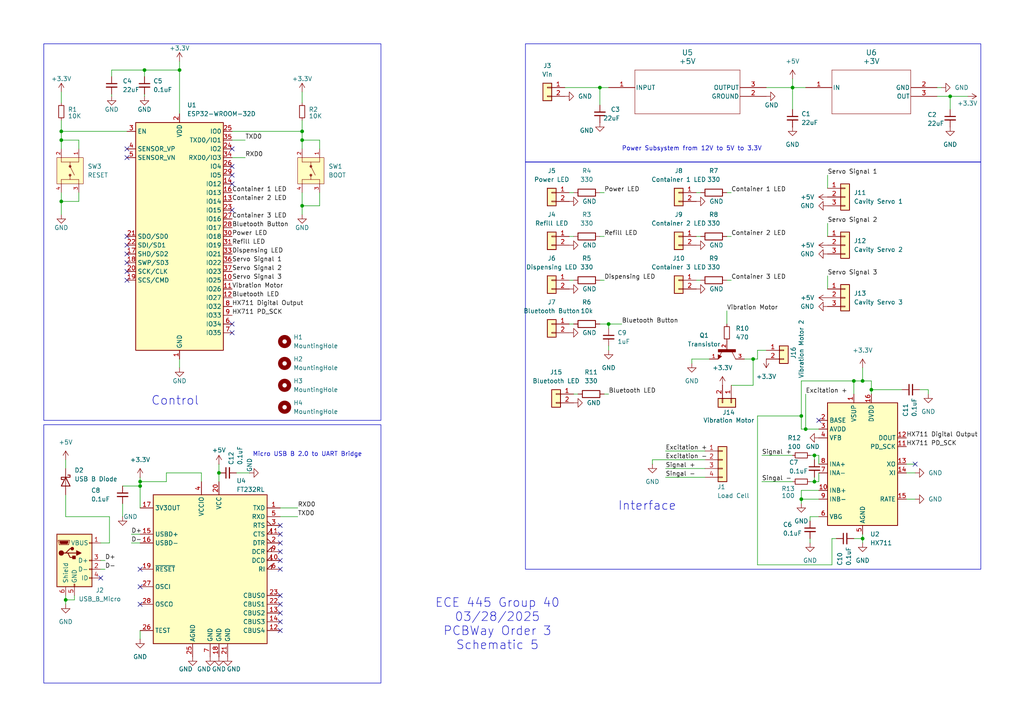
<source format=kicad_sch>
(kicad_sch (version 20231120) (generator "eeschema") (generator_version "8.0")
  (paper "A4")
  (junction (at 236.22 132.08))
  (junction (at 232.41 120.65))
  (junction (at 252.73 113.03))
  (junction (at 41.91 20.32))
  (junction (at 17.78 40.64))
  (junction (at 176.53 93.98))
  (junction (at 233.68 124.46))
  (junction (at 250.19 110.49))
  (junction (at 87.63 59.69))
  (junction (at 52.07 20.32))
  (junction (at 17.78 58.42))
  (junction (at 247.65 110.49))
  (junction (at 236.22 139.7))
  (junction (at 229.87 25.4))
  (junction (at 218.44 104.14))
  (junction (at 19.05 173.99))
  (junction (at 17.78 38.1))
  (junction (at 63.5 137.16))
  (junction (at 40.64 140.97))
  (junction (at 232.41 144.78))
  (junction (at 87.63 40.64))
  (junction (at 40.64 139.7))
  (junction (at 250.19 156.21))
  (junction (at 173.99 25.4))
  (junction (at 275.59 27.94))
  (junction (at 87.63 38.1))
  (no_connect (at 81.28 152.4))
  (no_connect (at 81.28 157.48))
  (no_connect (at 40.64 170.18))
  (no_connect (at 81.28 177.8))
  (no_connect (at 81.28 165.1))
  (no_connect (at 81.28 160.02))
  (no_connect (at 29.21 167.64))
  (no_connect (at 67.31 93.98))
  (no_connect (at 81.28 162.56))
  (no_connect (at 36.83 43.18))
  (no_connect (at 81.28 180.34))
  (no_connect (at 36.83 45.72))
  (no_connect (at 36.83 73.66))
  (no_connect (at 81.28 154.94))
  (no_connect (at 36.83 78.74))
  (no_connect (at 81.28 172.72))
  (no_connect (at 81.28 182.88))
  (no_connect (at 36.83 68.58))
  (no_connect (at 67.31 50.8))
  (no_connect (at 36.83 71.12))
  (no_connect (at 40.64 175.26))
  (no_connect (at 265.43 134.62))
  (no_connect (at 81.28 175.26))
  (no_connect (at 40.64 165.1))
  (no_connect (at 36.83 76.2))
  (no_connect (at 237.49 121.92))
  (no_connect (at 67.31 96.52))
  (no_connect (at 67.31 60.96))
  (no_connect (at 67.31 53.34))
  (no_connect (at 67.31 48.26))
  (no_connect (at 67.31 43.18))
  (no_connect (at 36.83 81.28))
  (wire (pts (xy 210.82 55.88) (xy 212.09 55.88)))
  (wire (pts (xy 218.44 111.76) (xy 212.09 111.76)))
  (wire (pts (xy 236.22 139.7) (xy 237.49 139.7)))
  (wire (pts (xy 19.05 172.72) (xy 19.05 173.99)))
  (wire (pts (xy 92.71 40.64) (xy 92.71 43.18)))
  (wire (pts (xy 19.05 149.86) (xy 31.75 149.86)))
  (wire (pts (xy 41.91 20.32) (xy 52.07 20.32)))
  (wire (pts (xy 247.65 156.21) (xy 250.19 156.21)))
  (wire (pts (xy 265.43 137.16) (xy 262.89 137.16)))
  (wire (pts (xy 19.05 143.51) (xy 19.05 149.86)))
  (wire (pts (xy 193.04 130.81) (xy 204.47 130.81)))
  (wire (pts (xy 173.99 55.88) (xy 175.26 55.88)))
  (wire (pts (xy 87.63 26.67) (xy 87.63 29.845)))
  (wire (pts (xy 210.82 81.28) (xy 212.09 81.28)))
  (wire (pts (xy 17.78 38.1) (xy 36.83 38.1)))
  (wire (pts (xy 193.04 138.43) (xy 204.47 138.43)))
  (wire (pts (xy 17.78 34.925) (xy 17.78 38.1)))
  (wire (pts (xy 250.19 110.49) (xy 250.19 106.68)))
  (wire (pts (xy 165.1 55.88) (xy 166.37 55.88)))
  (wire (pts (xy 19.05 173.99) (xy 19.05 175.26)))
  (wire (pts (xy 271.78 25.4) (xy 273.05 25.4)))
  (wire (pts (xy 219.71 101.6) (xy 222.25 101.6)))
  (wire (pts (xy 35.56 146.05) (xy 35.56 149.86)))
  (wire (pts (xy 67.31 38.1) (xy 87.63 38.1)))
  (wire (pts (xy 200.66 105.41) (xy 200.66 104.14)))
  (wire (pts (xy 218.44 104.14) (xy 218.44 111.76)))
  (wire (pts (xy 71.12 40.64) (xy 67.31 40.64)))
  (wire (pts (xy 240.03 80.01) (xy 240.03 83.82)))
  (wire (pts (xy 29.21 165.1) (xy 30.48 165.1)))
  (wire (pts (xy 165.1 93.98) (xy 166.37 93.98)))
  (wire (pts (xy 234.95 151.13) (xy 234.95 149.86)))
  (wire (pts (xy 41.91 27.305) (xy 41.91 27.94)))
  (wire (pts (xy 201.93 68.58) (xy 203.2 68.58)))
  (wire (pts (xy 234.95 156.21) (xy 234.95 157.48)))
  (wire (pts (xy 165.1 81.28) (xy 166.37 81.28)))
  (wire (pts (xy 86.36 147.32) (xy 81.28 147.32)))
  (wire (pts (xy 38.1 154.94) (xy 40.64 154.94)))
  (wire (pts (xy 87.63 55.88) (xy 87.63 59.69)))
  (wire (pts (xy 19.05 173.99) (xy 21.59 173.99)))
  (wire (pts (xy 210.82 68.58) (xy 212.09 68.58)))
  (wire (pts (xy 201.93 55.88) (xy 203.2 55.88)))
  (wire (pts (xy 219.71 104.14) (xy 219.71 101.6)))
  (wire (pts (xy 68.58 137.16) (xy 72.39 137.16)))
  (wire (pts (xy 22.86 58.42) (xy 17.78 58.42)))
  (wire (pts (xy 40.64 139.7) (xy 48.26 139.7)))
  (wire (pts (xy 87.63 40.64) (xy 87.63 43.18)))
  (wire (pts (xy 21.59 173.99) (xy 21.59 172.72)))
  (wire (pts (xy 265.43 134.62) (xy 262.89 134.62)))
  (wire (pts (xy 40.64 138.43) (xy 40.64 139.7)))
  (wire (pts (xy 232.41 142.24) (xy 232.41 144.78)))
  (wire (pts (xy 237.49 142.24) (xy 232.41 142.24)))
  (wire (pts (xy 48.26 137.16) (xy 58.42 137.16)))
  (wire (pts (xy 275.59 27.94) (xy 275.59 31.75)))
  (wire (pts (xy 233.68 114.3) (xy 233.68 124.46)))
  (wire (pts (xy 71.12 45.72) (xy 67.31 45.72)))
  (wire (pts (xy 220.98 139.7) (xy 229.87 139.7)))
  (wire (pts (xy 247.65 114.3) (xy 247.65 110.49)))
  (wire (pts (xy 35.56 140.97) (xy 40.64 140.97)))
  (wire (pts (xy 58.42 137.16) (xy 58.42 139.7)))
  (wire (pts (xy 234.95 149.86) (xy 237.49 149.86)))
  (wire (pts (xy 17.78 40.64) (xy 22.86 40.64)))
  (wire (pts (xy 173.99 81.28) (xy 175.26 81.28)))
  (wire (pts (xy 63.5 137.16) (xy 63.5 139.7)))
  (wire (pts (xy 275.59 27.94) (xy 271.78 27.94)))
  (wire (pts (xy 17.78 38.1) (xy 17.78 40.64)))
  (wire (pts (xy 32.385 20.32) (xy 32.385 22.225)))
  (wire (pts (xy 38.1 157.48) (xy 40.64 157.48)))
  (wire (pts (xy 31.75 149.86) (xy 31.75 157.48)))
  (wire (pts (xy 52.07 17.78) (xy 52.07 20.32)))
  (wire (pts (xy 200.66 104.14) (xy 205.74 104.14)))
  (wire (pts (xy 222.25 25.4) (xy 229.87 25.4)))
  (wire (pts (xy 22.86 40.64) (xy 22.86 43.18)))
  (wire (pts (xy 219.71 120.65) (xy 219.71 163.83)))
  (wire (pts (xy 240.03 64.77) (xy 240.03 68.58)))
  (wire (pts (xy 87.63 40.64) (xy 92.71 40.64)))
  (wire (pts (xy 17.78 55.88) (xy 17.78 58.42)))
  (wire (pts (xy 247.65 110.49) (xy 250.19 110.49)))
  (wire (pts (xy 173.99 25.4) (xy 176.53 25.4)))
  (wire (pts (xy 233.68 124.46) (xy 232.41 124.46)))
  (wire (pts (xy 240.03 50.8) (xy 240.03 54.61)))
  (wire (pts (xy 234.95 139.7) (xy 236.22 139.7)))
  (wire (pts (xy 86.36 149.86) (xy 81.28 149.86)))
  (wire (pts (xy 40.64 140.97) (xy 40.64 147.32)))
  (wire (pts (xy 173.99 68.58) (xy 175.26 68.58)))
  (wire (pts (xy 189.23 133.35) (xy 189.23 134.62)))
  (wire (pts (xy 232.41 110.49) (xy 247.65 110.49)))
  (wire (pts (xy 237.49 132.08) (xy 237.49 134.62)))
  (wire (pts (xy 87.63 59.69) (xy 87.63 62.23)))
  (wire (pts (xy 252.73 113.03) (xy 261.62 113.03)))
  (wire (pts (xy 52.07 104.14) (xy 52.07 106.68)))
  (wire (pts (xy 173.99 93.98) (xy 176.53 93.98)))
  (wire (pts (xy 52.07 20.32) (xy 52.07 33.02)))
  (wire (pts (xy 166.37 114.3) (xy 167.64 114.3)))
  (wire (pts (xy 232.41 124.46) (xy 232.41 120.65)))
  (wire (pts (xy 237.49 124.46) (xy 233.68 124.46)))
  (wire (pts (xy 250.19 156.21) (xy 250.19 157.48)))
  (wire (pts (xy 232.41 144.78) (xy 237.49 144.78)))
  (wire (pts (xy 234.95 132.08) (xy 236.22 132.08)))
  (wire (pts (xy 40.64 139.7) (xy 40.64 140.97)))
  (wire (pts (xy 269.24 113.03) (xy 269.24 114.3)))
  (wire (pts (xy 31.75 157.48) (xy 29.21 157.48)))
  (wire (pts (xy 165.1 68.58) (xy 166.37 68.58)))
  (wire (pts (xy 237.49 139.7) (xy 237.49 137.16)))
  (wire (pts (xy 219.71 163.83) (xy 241.3 163.83)))
  (wire (pts (xy 40.64 182.88) (xy 40.64 185.42)))
  (wire (pts (xy 229.87 22.86) (xy 229.87 25.4)))
  (wire (pts (xy 229.87 25.4) (xy 229.87 31.75)))
  (wire (pts (xy 22.86 55.88) (xy 22.86 58.42)))
  (wire (pts (xy 241.3 163.83) (xy 241.3 156.21)))
  (wire (pts (xy 193.04 135.89) (xy 204.47 135.89)))
  (wire (pts (xy 176.53 93.98) (xy 176.53 95.25)))
  (wire (pts (xy 236.22 132.08) (xy 236.22 133.35)))
  (wire (pts (xy 229.87 25.4) (xy 233.68 25.4)))
  (wire (pts (xy 17.78 26.67) (xy 17.78 29.845)))
  (wire (pts (xy 236.22 132.08) (xy 237.49 132.08)))
  (wire (pts (xy 87.63 38.1) (xy 87.63 40.64)))
  (wire (pts (xy 176.53 93.98) (xy 180.34 93.98)))
  (wire (pts (xy 176.53 100.33) (xy 176.53 101.6)))
  (wire (pts (xy 175.26 114.3) (xy 176.53 114.3)))
  (wire (pts (xy 280.67 27.94) (xy 275.59 27.94)))
  (wire (pts (xy 48.26 139.7) (xy 48.26 137.16)))
  (wire (pts (xy 266.7 113.03) (xy 269.24 113.03)))
  (wire (pts (xy 210.82 90.17) (xy 210.82 93.98)))
  (wire (pts (xy 232.41 144.78) (xy 232.41 146.05)))
  (wire (pts (xy 17.78 58.42) (xy 17.78 62.23)))
  (wire (pts (xy 232.41 120.65) (xy 232.41 110.49)))
  (wire (pts (xy 265.43 144.78) (xy 262.89 144.78)))
  (wire (pts (xy 87.63 34.925) (xy 87.63 38.1)))
  (wire (pts (xy 32.385 27.305) (xy 32.385 27.94)))
  (wire (pts (xy 173.99 25.4) (xy 173.99 30.48)))
  (wire (pts (xy 163.83 25.4) (xy 173.99 25.4)))
  (wire (pts (xy 92.71 55.88) (xy 92.71 59.69)))
  (wire (pts (xy 41.91 20.32) (xy 41.91 22.225)))
  (wire (pts (xy 201.93 81.28) (xy 203.2 81.28)))
  (wire (pts (xy 19.05 133.35) (xy 19.05 135.89)))
  (wire (pts (xy 29.21 162.56) (xy 30.48 162.56)))
  (wire (pts (xy 189.23 133.35) (xy 204.47 133.35)))
  (wire (pts (xy 32.385 20.32) (xy 41.91 20.32)))
  (wire (pts (xy 63.5 134.62) (xy 63.5 137.16)))
  (wire (pts (xy 232.41 120.65) (xy 219.71 120.65)))
  (wire (pts (xy 17.78 40.64) (xy 17.78 43.18)))
  (wire (pts (xy 236.22 138.43) (xy 236.22 139.7)))
  (wire (pts (xy 250.19 154.94) (xy 250.19 156.21)))
  (wire (pts (xy 241.3 156.21) (xy 242.57 156.21)))
  (wire (pts (xy 220.98 132.08) (xy 229.87 132.08)))
  (wire (pts (xy 215.9 104.14) (xy 218.44 104.14)))
  (wire (pts (xy 252.73 113.03) (xy 252.73 110.49)))
  (wire (pts (xy 218.44 104.14) (xy 219.71 104.14)))
  (wire (pts (xy 92.71 59.69) (xy 87.63 59.69)))
  (wire (pts (xy 252.73 114.3) (xy 252.73 113.03)))
  (wire (pts (xy 250.19 110.49) (xy 252.73 110.49)))
  (rectangle (start 152.4 12.7) (end 284.48 46.99))
  (rectangle (start 12.7 123.19) (end 110.49 198.12))
  (rectangle (start 152.4 46.99) (end 284.48 165.1))
  (rectangle (start 184.15 92.71) (end 184.15 92.71))
  (rectangle (start 12.7 12.7) (end 110.49 121.92))
  (text "ECE 445 Group 40\n03/28/2025\nPCBWay Order 3\nSchematic 5\n" (at 144.272 181.102 0) (effects (font (size 2.54 2.54))))
  (text "Micro USB B 2.0 to UART Bridge" (at 89.154 131.826 0) (effects (font (size 1.27 1.27))))
  (text "Interface" (at 187.706 146.812 0) (effects (font (size 2.54 2.54))))
  (text "Control\n" (at 50.8 116.332 0) (effects (font (size 2.54 2.54))))
  (text "Power Subsystem from 12V to 5V to 3.3V" (at 200.66 43.18 0) (effects (font (size 1.27 1.27))))
  (label "Bluetooth Button" (at 67.31 66.04 0))
  (label "Dispensing LED" (at 175.26 81.28 0))
  (label "RXD0" (at 71.12 45.72 0))
  (label "Container 3 LED" (at 212.09 81.28 0))
  (label "Servo Signal 2" (at 240.03 64.77 0))
  (label "Container 1 LED" (at 67.31 55.88 0))
  (label "Refill LED" (at 175.26 68.58 0))
  (label "Bluetooth LED" (at 176.53 114.3 0))
  (label "Refill LED" (at 67.31 71.12 0))
  (label "Singal -" (at 193.04 138.43 0))
  (label "Container 1 LED" (at 212.09 55.88 0))
  (label "Servo Signal 2" (at 67.31 78.74 0))
  (label "Servo Signal 1" (at 240.03 50.8 0))
  (label "HX711 PD_SCK" (at 67.31 91.44 0))
  (label "Servo Signal 1" (at 67.31 76.2 0))
  (label "Excitation -" (at 193.04 133.35 0))
  (label "Singal -" (at 220.98 139.7 0))
  (label "TXD0" (at 86.36 149.86 0))
  (label "HX711 Digital Output" (at 67.31 88.9 0))
  (label "Container 3 LED" (at 67.31 63.5 0))
  (label "Power LED" (at 175.26 55.88 0))
  (label "Bluetooth Button" (at 180.34 93.98 0))
  (label "Excitation +" (at 193.04 130.81 0))
  (label "Excitation +" (at 233.68 114.3 0))
  (label "D+" (at 30.48 162.56 0))
  (label "HX711 PD_SCK" (at 262.89 129.54 0))
  (label "Container 2 LED" (at 67.31 58.42 0))
  (label "Dispensing LED" (at 67.31 73.66 0))
  (label "TXD0" (at 71.12 40.64 0))
  (label "Container 2 LED" (at 212.09 68.58 0))
  (label "RXD0" (at 86.36 147.32 0))
  (label "Vibration Motor" (at 210.82 90.17 0))
  (label "Servo Signal 3" (at 240.03 80.01 0))
  (label "Signal +" (at 220.98 132.08 0))
  (label "Vibration Motor" (at 67.31 83.82 0))
  (label "HX711 Digital Output" (at 262.89 127 0))
  (label "D-" (at 30.48 165.1 0))
  (label "Servo Signal 3" (at 67.31 81.28 0))
  (label "D+" (at 38.1 154.94 0))
  (label "D-" (at 38.1 157.48 0))
  (label "Bluetooth LED" (at 67.31 86.36 0))
  (label "Power LED" (at 67.31 68.58 0))
  (label "Signal +" (at 193.04 135.89 0))
  (symbol (lib_id "Diode:MBR0520") (at 19.05 139.7 270) (unit 1)
    (property "Reference" "D2" (at 21.59 136.398 90) (effects (justify left)))
    (property "Value" "USB B Diode" (at 21.59 138.938 90) (effects (justify left)))
    (property "Footprint" "Diode_SMD:D_SOD-123" (effects (hide yes)))
    (property "Datasheet" "http://www.mccsemi.com/up_pdf/MBR0520~MBR0580(SOD123).pdf" (effects (hide yes)))
    (property "Description" "20V 0.5A Schottky Power Rectifier Diode, SOD-123" (effects (hide yes)))
  )
  (symbol (lib_id "power:+5V") (at 229.87 22.86 0) (unit 1)
    (property "Reference" "#PWR013" (effects (hide yes)))
    (property "Value" "+5V" (at 229.87 17.78 0))
    (property "Description" "Power symbol creates a global label with name \"+5V\"" (effects (hide yes)))
  )
  (symbol (lib_id "Device:R_Small") (at 17.78 32.385 0) (unit 1)
    (property "Reference" "R1" (at 19.685 31.75 0) (effects (justify left)))
    (property "Value" "10K" (at 19.685 33.655 0) (effects (justify left)))
    (property "Footprint" "Resistor_SMD:R_0402_1005Metric_Pad0.72x0.64mm_HandSolder" (effects (hide yes)))
  )
  (symbol (lib_id "power:GND") (at 32.385 27.94 0) (unit 1)
    (property "Reference" "#PWR011" (effects (hide yes)))
    (property "Value" "GND" (at 32.385 31.75 0))
  )
  (symbol (lib_id "power:GND") (at 165.1 58.42 90) (unit 1)
    (property "Reference" "#PWR031" (effects (hide yes)))
    (property "Value" "GND" (at 168.91 58.4199 90) (effects (justify right)))
    (property "Description" "Power symbol creates a global label with name \"GND\" , ground" (effects (hide yes)))
  )
  (symbol (lib_id "Device:R") (at 170.18 81.28 90) (unit 1)
    (property "Reference" "R5" (at 170.18 74.93 90))
    (property "Value" "330" (at 170.18 77.47 90))
    (property "Footprint" "Resistor_SMD:R_0805_2012Metric_Pad1.20x1.40mm_HandSolder" (effects (hide yes)))
    (property "Description" "Resistor" (effects (hide yes)))
  )
  (symbol (lib_id "power:GND") (at 222.25 27.94 90) (unit 1)
    (property "Reference" "#PWR012" (effects (hide yes)))
    (property "Value" "GND" (at 221.742 30.48 90) (effects (justify right)))
    (property "Description" "Power symbol creates a global label with name \"GND\" , ground" (effects (hide yes)))
  )
  (symbol (lib_id "4-1437565-9:4-1437565-9") (at 90.17 49.53 270) (unit 1)
    (property "Reference" "SW1" (at 95.25 48.2599 90) (effects (justify left)))
    (property "Value" "BOOT" (at 95.25 50.7999 90) (effects (justify left)))
    (property "Footprint" "4-1437565-9:TE_4-1437565-9" (effects (hide yes)))
    (property "Contact_Current_Rating" "50 mA" (effects (hide yes)))
    (property "COMMENT" "FSM6JSMA (4-1437565-9)" (effects (hide yes)))
    (property "Configuration_Pole-Throw" "Single Pole - Single Throw" (effects (hide yes)))
    (property "Check_prices" "https://www.snapeda.com/parts/FSM6JSMA/TE+Connectivity+ALCOSWITCH+Switches/view-part/?ref=eda" (effects (hide yes)))
    (property "CONFIGURATION_(POLE-THROW)" "Single Pole - Single Throw" (effects (hide yes)))
    (property "STANDARD" "Manufacturer Recommendation" (effects (hide yes)))
    (property "PARTREV" "V" (effects (hide yes)))
    (property "SnapEDA_Link" "https://www.snapeda.com/parts/FSM6JSMA/TE+Connectivity+ALCOSWITCH+Switches/view-part/?ref=snap" (effects (hide yes)))
    (property "LINK" "http://www.te.com/usa-en/product-4-1437565-9.html" (effects (hide yes)))
    (property "EU_RoHS_Compliance" "Compliant" (effects (hide yes)))
    (property "Price" "None" (effects (hide yes)))
    (property "AVAILABILITY" "Good" (effects (hide yes)))
    (property "Description_1" "\n                        \n                            Alcoswitch, Switch, Tactile, 50 mA, SPST, Pushbutton, Off[On], FSM6JSMA | TE Connectivity FSM6JSMA\n                        \n" (effects (hide yes)))
    (property "CONTACT_CURRENT_RATING" "50 mA" (effects (hide yes)))
    (property "MF" "TE Connectivity" (effects (hide yes)))
    (property "DESCRIPTION" "FSM6JSMA=SMT,TACTILE,PB SWITCH" (effects (hide yes)))
    (property "PRICE" "0.15 USD" (effects (hide yes)))
    (property "PACKAGE" "None" (effects (hide yes)))
    (property "Availability" "In Stock" (effects (hide yes)))
    (property "MP" "FSM6JSMA" (effects (hide yes)))
    (property "Package" "None" (effects (hide yes)))
    (property "EU_ROHS_COMPLIANCE" "Compliant" (effects (hide yes)))
    (property "Comment" "4-1437565-9" (effects (hide yes)))
  )
  (symbol (lib_id "power:GND") (at 269.24 114.3 0) (unit 1)
    (property "Reference" "#PWR053" (effects (hide yes)))
    (property "Value" "GND" (at 269.24 119.38 0))
    (property "Description" "Power symbol creates a global label with name \"GND\" , ground" (effects (hide yes)))
  )
  (symbol (lib_name "GND_1") (lib_id "power:GND") (at 35.56 149.86 0) (unit 1)
    (property "Reference" "#PWR026" (effects (hide yes)))
    (property "Value" "GND" (at 37.846 149.86 0))
    (property "Description" "Power symbol creates a global label with name \"GND\" , ground" (effects (hide yes)))
  )
  (symbol (lib_name "+5V_1") (lib_id "power:+5V") (at 19.05 133.35 0) (unit 1)
    (property "Reference" "#PWR023" (effects (hide yes)))
    (property "Value" "+5V" (at 19.05 128.27 0))
    (property "Description" "Power symbol creates a global label with name \"+5V\"" (effects (hide yes)))
  )
  (symbol (lib_id "Device:C_Small") (at 275.59 34.29 0) (unit 1)
    (property "Reference" "C2" (at 268.986 33.274 0) (effects (justify left)))
    (property "Value" "22uF" (at 268.986 35.814 0) (effects (justify left)))
    (property "Footprint" "Capacitor_SMD:C_0805_2012Metric_Pad1.18x1.45mm_HandSolder" (effects (hide yes)))
    (property "Description" "Unpolarized capacitor, small symbol" (effects (hide yes)))
  )
  (symbol (lib_id "power:GND") (at 166.37 116.84 90) (unit 1)
    (property "Reference" "#PWR047" (effects (hide yes)))
    (property "Value" "GND" (at 170.18 116.8399 90) (effects (justify right)))
    (property "Description" "Power symbol creates a global label with name \"GND\" , ground" (effects (hide yes)))
  )
  (symbol (lib_id "power:GND") (at 240.03 88.9 270) (unit 1)
    (property "Reference" "#PWR043" (effects (hide yes)))
    (property "Value" "GND" (at 236.22 88.8999 90) (effects (justify right)))
    (property "Description" "Power symbol creates a global label with name \"GND\" , ground" (effects (hide yes)))
  )
  (symbol (lib_name "GND_3") (lib_id "power:GND") (at 189.23 134.62 0) (unit 1)
    (property "Reference" "#PWR048" (effects (hide yes)))
    (property "Value" "GND" (at 189.23 139.7 0))
    (property "Description" "Power symbol creates a global label with name \"GND\" , ground" (effects (hide yes)))
  )
  (symbol (lib_id "2025-03-01_22-08-00:LM7805ACT") (at 176.53 25.4 0) (unit 1)
    (property "Reference" "U5" (at 199.39 15.24 0) (effects (font (size 1.524 1.524))))
    (property "Value" "+5V" (at 199.39 17.78 0) (effects (font (size 1.524 1.524))))
    (property "Footprint" "KiCADv6 2:TO-220_ONS" (effects (hide yes)))
    (property "Datasheet" "LM7805ACT" (effects (hide yes)))
  )
  (symbol (lib_id "power:+3.3V") (at 280.67 27.94 270) (unit 1)
    (property "Reference" "#PWR017" (effects (hide yes)))
    (property "Value" "+3.3V" (at 277.622 29.972 90) (effects (justify left)))
    (property "Description" "Power symbol creates a global label with name \"+3.3V\"" (effects (hide yes)))
  )
  (symbol (lib_id "Connector_Generic:Conn_01x02") (at 212.09 116.84 270) (unit 1)
    (property "Reference" "J14" (at 209.55 119.634 90) (effects (justify left)))
    (property "Value" "Vibration Motor" (at 203.962 121.92 90) (effects (justify left)))
    (property "Footprint" "Connector_Molex:Molex_KK-254_AE-6410-02A_1x02_P2.54mm_Vertical" (effects (hide yes)))
    (property "Description" "Generic connector, single row, 01x02, script generated (kicad-library-utils/schlib/autogen/connector/)" (effects (hide yes)))
  )
  (symbol (lib_id "Device:R_Small") (at 87.63 32.385 0) (unit 1)
    (property "Reference" "R2" (at 89.535 31.75 0) (effects (justify left)))
    (property "Value" "10K" (at 89.535 33.655 0) (effects (justify left)))
    (property "Footprint" "Resistor_SMD:R_0402_1005Metric_Pad0.72x0.64mm_HandSolder" (effects (hide yes)))
  )
  (symbol (lib_id "Connector_Generic:Conn_01x02") (at 160.02 81.28 0) (mirror y) (unit 1)
    (property "Reference" "J6" (at 160.02 74.93 0))
    (property "Value" "Dispensing LED" (at 160.02 77.47 0))
    (property "Footprint" "Connector_Molex:Molex_KK-254_AE-6410-02A_1x02_P2.54mm_Vertical" (effects (hide yes)))
    (property "Description" "Generic connector, single row, 01x02, script generated (kicad-library-utils/schlib/autogen/connector/)" (effects (hide yes)))
  )
  (symbol (lib_id "Device:R") (at 207.01 81.28 90) (unit 1)
    (property "Reference" "R9" (at 207.01 74.93 90))
    (property "Value" "330" (at 207.01 77.47 90))
    (property "Footprint" "Resistor_SMD:R_0805_2012Metric_Pad1.20x1.40mm_HandSolder" (effects (hide yes)))
    (property "Description" "Resistor" (effects (hide yes)))
  )
  (symbol (lib_id "Connector_Generic:Conn_01x02") (at 196.85 68.58 0) (mirror y) (unit 1)
    (property "Reference" "J9" (at 196.85 62.23 0))
    (property "Value" "Container 2 LED" (at 196.85 64.77 0))
    (property "Footprint" "Connector_Molex:Molex_KK-254_AE-6410-02A_1x02_P2.54mm_Vertical" (effects (hide yes)))
    (property "Description" "Generic connector, single row, 01x02, script generated (kicad-library-utils/schlib/autogen/connector/)" (effects (hide yes)))
  )
  (symbol (lib_id "power:+5V") (at 240.03 86.36 90) (unit 1)
    (property "Reference" "#PWR042" (effects (hide yes)))
    (property "Value" "+5V" (at 236.22 86.3599 90) (effects (justify left)))
    (property "Description" "Power symbol creates a global label with name \"+5V\"" (effects (hide yes)))
  )
  (symbol (lib_id "Device:C_Small") (at 32.385 24.765 0) (unit 1)
    (property "Reference" "C4" (at 35.56 23.5012 0) (effects (justify left)))
    (property "Value" "22uF" (at 35.56 26.0412 0) (effects (justify left)))
    (property "Footprint" "Capacitor_SMD:C_0805_2012Metric_Pad1.18x1.45mm_HandSolder" (effects (hide yes)))
  )
  (symbol (lib_id "Device:C_Small") (at 229.87 34.29 0) (unit 1)
    (property "Reference" "C1" (at 232.41 33.0262 0) (effects (justify left)))
    (property "Value" "22uF" (at 232.41 35.5662 0) (effects (justify left)))
    (property "Footprint" "Capacitor_SMD:C_0805_2012Metric_Pad1.18x1.45mm_HandSolder" (effects (hide yes)))
    (property "Description" "Unpolarized capacitor, small symbol" (effects (hide yes)))
  )
  (symbol (lib_id "power:+3.3V") (at 250.19 106.68 0) (unit 1)
    (property "Reference" "#PWR020" (effects (hide yes)))
    (property "Value" "+3.3V" (at 250.19 101.6 0))
    (property "Description" "Power symbol creates a global label with name \"+3.3V\"" (effects (hide yes)))
  )
  (symbol (lib_id "power:GND") (at 265.43 137.16 90) (unit 1)
    (property "Reference" "#PWR024" (effects (hide yes)))
    (property "Value" "GND" (at 269.24 137.1599 90) (effects (justify right)))
    (property "Description" "Power symbol creates a global label with name \"GND\" , ground" (effects (hide yes)))
  )
  (symbol (lib_name "GND_1") (lib_id "power:GND") (at 40.64 185.42 0) (unit 1)
    (property "Reference" "#PWR025" (effects (hide yes)))
    (property "Value" "GND" (at 40.64 190.5 0))
    (property "Description" "Power symbol creates a global label with name \"GND\" , ground" (effects (hide yes)))
  )
  (symbol (lib_name "GND_3") (lib_id "power:GND") (at 237.49 127 270) (unit 1)
    (property "Reference" "#PWR050" (effects (hide yes)))
    (property "Value" "GND" (at 237.744 129.54 90) (effects (justify right)))
    (property "Description" "Power symbol creates a global label with name \"GND\" , ground" (effects (hide yes)))
  )
  (symbol (lib_id "power:GND") (at 52.07 106.68 0) (unit 1)
    (property "Reference" "#PWR046" (effects (hide yes)))
    (property "Value" "GND" (at 52.07 110.49 0))
  )
  (symbol (lib_id "2N2222A:2N2222A") (at 210.82 101.6 270) (unit 1)
    (property "Reference" "Q1" (at 204.216 97.282 90))
    (property "Value" "Transistor" (at 204.216 99.822 90))
    (property "Footprint" "2N2222A:TO92254P470H750-3" (effects (hide yes)))
    (property "MF" "Diotec Semiconductor" (effects (hide yes)))
    (property "SNAPEDA_PACKAGE_ID" "121774" (effects (hide yes)))
    (property "Package" "TO-92 Diotec" (effects (hide yes)))
    (property "Price" "None" (effects (hide yes)))
    (property "Check_prices" "https://www.snapeda.com/parts/2N2222A/Diotec/view-part/?ref=eda" (effects (hide yes)))
    (property "STANDARD" "IPC 7351B" (effects (hide yes)))
    (property "PARTREV" "N/A" (effects (hide yes)))
    (property "SnapEDA_Link" "https://www.snapeda.com/parts/2N2222A/Diotec/view-part/?ref=snap" (effects (hide yes)))
    (property "MP" "2N2222A" (effects (hide yes)))
    (property "Description_1" "\n                        \n                            BJT, TO-92, 40V, 600mA, NPN, 0.625W, 150°C\n                        \n" (effects (hide yes)))
    (property "MANUFACTURER" "Diotec Semiconductor" (effects (hide yes)))
    (property "Availability" "In Stock" (effects (hide yes)))
    (property "MAXIMUM_PACKAGE_HEIGHT" "7.5 mm" (effects (hide yes)))
  )
  (symbol (lib_id "power:GND") (at 234.95 157.48 0) (unit 1)
    (property "Reference" "#PWR052" (effects (hide yes)))
    (property "Value" "GND" (at 234.95 162.56 0))
    (property "Description" "Power symbol creates a global label with name \"GND\" , ground" (effects (hide yes)))
  )
  (symbol (lib_id "Device:C_Small") (at 264.16 113.03 90) (unit 1)
    (property "Reference" "C11" (at 262.636 120.904 0) (effects (justify left)))
    (property "Value" "0.1uF" (at 265.176 120.904 0) (effects (justify left)))
    (property "Footprint" "Capacitor_SMD:C_0402_1005Metric_Pad0.74x0.62mm_HandSolder" (effects (hide yes)))
    (property "Description" "Unpolarized capacitor, small symbol" (effects (hide yes)))
  )
  (symbol (lib_name "+3.3V_3") (lib_id "power:+3.3V") (at 209.55 111.76 0) (unit 1)
    (property "Reference" "#PWR045" (effects (hide yes)))
    (property "Value" "+3.3V" (at 209.55 106.68 0))
    (property "Description" "Power symbol creates a global label with name \"+3.3V\"" (effects (hide yes)))
  )
  (symbol (lib_id "Connector_Generic:Conn_01x02") (at 160.02 93.98 0) (mirror y) (unit 1)
    (property "Reference" "J7" (at 160.02 87.63 0))
    (property "Value" "Bluetooth Button" (at 160.02 90.17 0))
    (property "Footprint" "Connector_Molex:Molex_KK-254_AE-6410-02A_1x02_P2.54mm_Vertical" (effects (hide yes)))
    (property "Description" "Generic connector, single row, 01x02, script generated (kicad-library-utils/schlib/autogen/connector/)" (effects (hide yes)))
  )
  (symbol (lib_id "Connector_Generic:Conn_01x02") (at 196.85 55.88 0) (mirror y) (unit 1)
    (property "Reference" "J8" (at 196.85 49.53 0))
    (property "Value" "Container 1 LED" (at 196.85 52.07 0))
    (property "Footprint" "Connector_Molex:Molex_KK-254_AE-6410-02A_1x02_P2.54mm_Vertical" (effects (hide yes)))
    (property "Description" "Generic connector, single row, 01x02, script generated (kicad-library-utils/schlib/autogen/connector/)" (effects (hide yes)))
  )
  (symbol (lib_id "Mechanical:MountingHole") (at 82.55 118.11 0) (unit 1) (exclude_from_sim yes) (in_bom no)
    (property "Reference" "H4" (at 85.09 116.8399 0) (effects (justify left)))
    (property "Value" "MountingHole" (at 85.09 119.3799 0) (effects (justify left)))
    (property "Footprint" "MountingHole:MountingHole_3.2mm_M3" (effects (hide yes)))
    (property "Description" "Mounting Hole without connection" (effects (hide yes)))
  )
  (symbol (lib_id "Device:C_Small") (at 245.11 156.21 90) (unit 1)
    (property "Reference" "C10" (at 243.586 164.084 0) (effects (justify left)))
    (property "Value" "0.1uF" (at 246.126 164.084 0) (effects (justify left)))
    (property "Footprint" "Capacitor_SMD:C_0402_1005Metric_Pad0.74x0.62mm_HandSolder" (effects (hide yes)))
    (property "Description" "Unpolarized capacitor, small symbol" (effects (hide yes)))
  )
  (symbol (lib_id "power:GND") (at 165.1 96.52 90) (unit 1)
    (property "Reference" "#PWR033" (effects (hide yes)))
    (property "Value" "GND" (at 168.91 96.5199 90) (effects (justify right)))
    (property "Description" "Power symbol creates a global label with name \"GND\" , ground" (effects (hide yes)))
  )
  (symbol (lib_id "power:+3.3V") (at 87.63 26.67 0) (unit 1)
    (property "Reference" "#PWR05" (effects (hide yes)))
    (property "Value" "+3.3V" (at 87.63 22.86 0))
  )
  (symbol (lib_id "Connector_Generic:Conn_01x03") (at 245.11 57.15 0) (unit 1)
    (property "Reference" "J11" (at 247.65 55.8799 0) (effects (justify left)))
    (property "Value" "Cavity Servo 1" (at 247.65 58.4199 0) (effects (justify left)))
    (property "Footprint" "Connector_Molex:Molex_KK-254_AE-6410-03A_1x03_P2.54mm_Vertical" (effects (hide yes)))
    (property "Description" "Generic connector, single row, 01x03, script generated (kicad-library-utils/schlib/autogen/connector/)" (effects (hide yes)))
  )
  (symbol (lib_name "+3.3V_3") (lib_id "power:+3.3V") (at 222.25 104.14 180) (unit 1)
    (property "Reference" "#PWR022" (effects (hide yes)))
    (property "Value" "+3.3V" (at 222.25 109.22 0))
    (property "Description" "Power symbol creates a global label with name \"+3.3V\"" (effects (hide yes)))
  )
  (symbol (lib_id "power:GND") (at 165.1 71.12 90) (unit 1)
    (property "Reference" "#PWR030" (effects (hide yes)))
    (property "Value" "GND" (at 168.91 71.1199 90) (effects (justify right)))
    (property "Description" "Power symbol creates a global label with name \"GND\" , ground" (effects (hide yes)))
  )
  (symbol (lib_id "4-1437565-9:4-1437565-9") (at 20.32 49.53 270) (unit 1)
    (property "Reference" "SW3" (at 25.4 48.2599 90) (effects (justify left)))
    (property "Value" "RESET" (at 25.4 50.7999 90) (effects (justify left)))
    (property "Footprint" "4-1437565-9:TE_4-1437565-9" (effects (hide yes)))
    (property "Contact_Current_Rating" "50 mA" (effects (hide yes)))
    (property "COMMENT" "FSM6JSMA (4-1437565-9)" (effects (hide yes)))
    (property "Configuration_Pole-Throw" "Single Pole - Single Throw" (effects (hide yes)))
    (property "Check_prices" "https://www.snapeda.com/parts/FSM6JSMA/TE+Connectivity+ALCOSWITCH+Switches/view-part/?ref=eda" (effects (hide yes)))
    (property "CONFIGURATION_(POLE-THROW)" "Single Pole - Single Throw" (effects (hide yes)))
    (property "STANDARD" "Manufacturer Recommendation" (effects (hide yes)))
    (property "PARTREV" "V" (effects (hide yes)))
    (property "SnapEDA_Link" "https://www.snapeda.com/parts/FSM6JSMA/TE+Connectivity+ALCOSWITCH+Switches/view-part/?ref=snap" (effects (hide yes)))
    (property "LINK" "http://www.te.com/usa-en/product-4-1437565-9.html" (effects (hide yes)))
    (property "EU_RoHS_Compliance" "Compliant" (effects (hide yes)))
    (property "Price" "None" (effects (hide yes)))
    (property "AVAILABILITY" "Good" (effects (hide yes)))
    (property "Description_1" "\n                        \n                            Alcoswitch, Switch, Tactile, 50 mA, SPST, Pushbutton, Off[On], FSM6JSMA | TE Connectivity FSM6JSMA\n                        \n" (effects (hide yes)))
    (property "CONTACT_CURRENT_RATING" "50 mA" (effects (hide yes)))
    (property "MF" "TE Connectivity" (effects (hide yes)))
    (property "DESCRIPTION" "FSM6JSMA=SMT,TACTILE,PB SWITCH" (effects (hide yes)))
    (property "PRICE" "0.15 USD" (effects (hide yes)))
    (property "PACKAGE" "None" (effects (hide yes)))
    (property "Availability" "In Stock" (effects (hide yes)))
    (property "MP" "FSM6JSMA" (effects (hide yes)))
    (property "Package" "None" (effects (hide yes)))
    (property "EU_ROHS_COMPLIANCE" "Compliant" (effects (hide yes)))
    (property "Comment" "4-1437565-9" (effects (hide yes)))
  )
  (symbol (lib_id "Device:C_Small") (at 35.56 143.51 0) (unit 1)
    (property "Reference" "C8" (at 26.416 142.24 0) (effects (justify left)))
    (property "Value" "0.1uF" (at 26.416 144.78 0) (effects (justify left)))
    (property "Footprint" "Capacitor_SMD:C_0402_1005Metric_Pad0.74x0.62mm_HandSolder" (effects (hide yes)))
    (property "Description" "Unpolarized capacitor, small symbol" (effects (hide yes)))
  )
  (symbol (lib_id "Connector_Generic:Conn_01x02") (at 196.85 81.28 0) (mirror y) (unit 1)
    (property "Reference" "J10" (at 196.85 74.93 0))
    (property "Value" "Container 3 LED" (at 196.85 77.47 0))
    (property "Footprint" "Connector_Molex:Molex_KK-254_AE-6410-02A_1x02_P2.54mm_Vertical" (effects (hide yes)))
    (property "Description" "Generic connector, single row, 01x02, script generated (kicad-library-utils/schlib/autogen/connector/)" (effects (hide yes)))
  )
  (symbol (lib_id "Mechanical:MountingHole") (at 82.55 99.06 0) (unit 1) (exclude_from_sim yes) (in_bom no)
    (property "Reference" "H1" (at 85.09 97.7899 0) (effects (justify left)))
    (property "Value" "MountingHole" (at 85.09 100.3299 0) (effects (justify left)))
    (property "Footprint" "MountingHole:MountingHole_3.2mm_M3" (effects (hide yes)))
    (property "Description" "Mounting Hole without connection" (effects (hide yes)))
  )
  (symbol (lib_id "Connector_Generic:Conn_01x04") (at 209.55 133.35 0) (unit 1)
    (property "Reference" "J1" (at 208.026 141.224 0) (effects (justify left)))
    (property "Value" "Load Cell" (at 208.026 143.764 0) (effects (justify left)))
    (property "Footprint" "Connector_Molex:Molex_KK-254_AE-6410-04A_1x04_P2.54mm_Vertical" (effects (hide yes)))
    (property "Description" "Generic connector, single row, 01x04, script generated (kicad-library-utils/schlib/autogen/connector/)" (effects (hide yes)))
  )
  (symbol (lib_id "Device:R_Small") (at 232.41 132.08 90) (unit 1)
    (property "Reference" "R12" (at 230.378 127 90))
    (property "Value" "100" (at 230.378 129.54 90))
    (property "Footprint" "Resistor_SMD:R_0805_2012Metric_Pad1.20x1.40mm_HandSolder" (effects (hide yes)))
    (property "Description" "Resistor, small symbol" (effects (hide yes)))
  )
  (symbol (lib_id "Connector:USB_B_Micro") (at 21.59 162.56 0) (unit 1)
    (property "Reference" "J2" (at 28.956 171.196 0))
    (property "Value" "USB_B_Micro" (at 28.956 173.736 0))
    (property "Footprint" "Connector_USB:USB_Micro-B_Molex-105017-0001" (effects (hide yes)))
    (property "Description" "USB Micro Type B connector" (effects (hide yes)))
  )
  (symbol (lib_id "power:GND") (at 163.83 27.94 90) (unit 1)
    (property "Reference" "#PWR010" (effects (hide yes)))
    (property "Value" "GND" (at 167.64 27.9399 90) (effects (justify right)))
    (property "Description" "Power symbol creates a global label with name \"GND\" , ground" (effects (hide yes)))
  )
  (symbol (lib_name "GND_1") (lib_id "power:GND") (at 60.96 190.5 0) (unit 1)
    (property "Reference" "#PWR07" (effects (hide yes)))
    (property "Value" "GND" (at 59.182 194.056 0))
    (property "Description" "Power symbol creates a global label with name \"GND\" , ground" (effects (hide yes)))
  )
  (symbol (lib_id "power:GND") (at 87.63 62.23 0) (unit 1)
    (property "Reference" "#PWR06" (effects (hide yes)))
    (property "Value" "GND" (at 87.63 66.04 0))
  )
  (symbol (lib_id "Connector_Generic:Conn_01x02") (at 227.33 101.6 0) (unit 1)
    (property "Reference" "J16" (at 230.124 104.14 90) (effects (justify left)))
    (property "Value" "Vibration Motor 2" (at 232.41 109.728 90) (effects (justify left)))
    (property "Footprint" "Connector_Molex:Molex_KK-254_AE-6410-02A_1x02_P2.54mm_Vertical" (effects (hide yes)))
    (property "Description" "Generic connector, single row, 01x02, script generated (kicad-library-utils/schlib/autogen/connector/)" (effects (hide yes)))
  )
  (symbol (lib_id "Connector_Generic:Conn_01x02") (at 161.29 114.3 0) (mirror y) (unit 1)
    (property "Reference" "J15" (at 161.29 107.95 0))
    (property "Value" "Bluetooth LED" (at 161.29 110.49 0))
    (property "Footprint" "Connector_Molex:Molex_KK-254_AE-6410-02A_1x02_P2.54mm_Vertical" (effects (hide yes)))
    (property "Description" "Generic connector, single row, 01x02, script generated (kicad-library-utils/schlib/autogen/connector/)" (effects (hide yes)))
  )
  (symbol (lib_id "power:GND") (at 201.93 83.82 90) (unit 1)
    (property "Reference" "#PWR037" (effects (hide yes)))
    (property "Value" "GND" (at 205.74 83.8199 90) (effects (justify right)))
    (property "Description" "Power symbol creates a global label with name \"GND\" , ground" (effects (hide yes)))
  )
  (symbol (lib_id "RF_Module:ESP32-WROOM-32D") (at 52.07 68.58 0) (unit 1)
    (property "Reference" "U1" (at 54.2641 30.48 0) (effects (justify left)))
    (property "Value" "ESP32-WROOM-32D" (at 54.2641 33.02 0) (effects (justify left)))
    (property "Footprint" "RF_Module:ESP32-WROOM-32D" (effects (hide yes)))
    (property "Datasheet" "https://www.espressif.com/sites/default/files/documentation/esp32-wroom-32d_esp32-wroom-32u_datasheet_en.pdf" (effects (hide yes)))
    (property "Description" "RF Module, ESP32-D0WD SoC, Wi-Fi 802.11b/g/n, Bluetooth, BLE, 32-bit, 2.7-3.6V, onboard antenna, SMD" (effects (hide yes)))
  )
  (symbol (lib_name "GND_2") (lib_id "power:GND") (at 173.99 35.56 0) (unit 1)
    (property "Reference" "#PWR01" (effects (hide yes)))
    (property "Value" "GND" (at 170.18 37.846 0))
    (property "Description" "Power symbol creates a global label with name \"GND\" , ground" (effects (hide yes)))
  )
  (symbol (lib_id "Device:R") (at 170.18 55.88 90) (unit 1)
    (property "Reference" "R4" (at 170.18 49.53 90))
    (property "Value" "330" (at 170.18 52.07 90))
    (property "Footprint" "Resistor_SMD:R_0805_2012Metric_Pad1.20x1.40mm_HandSolder" (effects (hide yes)))
    (property "Description" "Resistor" (effects (hide yes)))
  )
  (symbol (lib_id "power:GND") (at 41.91 27.94 0) (unit 1)
    (property "Reference" "#PWR018" (effects (hide yes)))
    (property "Value" "GND" (at 41.91 31.75 0))
  )
  (symbol (lib_name "GND_1") (lib_id "power:GND") (at 229.87 36.83 0) (unit 1)
    (property "Reference" "#PWR014" (effects (hide yes)))
    (property "Value" "GND" (at 229.87 41.91 0))
    (property "Description" "Power symbol creates a global label with name \"GND\" , ground" (effects (hide yes)))
  )
  (symbol (lib_id "Connector_Generic:Conn_01x03") (at 245.11 86.36 0) (unit 1)
    (property "Reference" "J13" (at 247.65 85.0899 0) (effects (justify left)))
    (property "Value" "Cavity Servo 3" (at 247.65 87.6299 0) (effects (justify left)))
    (property "Footprint" "Connector_Molex:Molex_KK-254_AE-6410-03A_1x03_P2.54mm_Vertical" (effects (hide yes)))
    (property "Description" "Generic connector, single row, 01x03, script generated (kicad-library-utils/schlib/autogen/connector/)" (effects (hide yes)))
  )
  (symbol (lib_id "power:GND") (at 201.93 71.12 90) (unit 1)
    (property "Reference" "#PWR036" (effects (hide yes)))
    (property "Value" "GND" (at 205.74 71.1199 90) (effects (justify right)))
    (property "Description" "Power symbol creates a global label with name \"GND\" , ground" (effects (hide yes)))
  )
  (symbol (lib_id "Device:R") (at 170.18 68.58 90) (unit 1)
    (property "Reference" "R3" (at 170.18 62.23 90))
    (property "Value" "330" (at 170.18 64.77 90))
    (property "Footprint" "Resistor_SMD:R_0805_2012Metric_Pad1.20x1.40mm_HandSolder" (effects (hide yes)))
    (property "Description" "Resistor" (effects (hide yes)))
  )
  (symbol (lib_id "Device:R") (at 170.18 93.98 90) (unit 1)
    (property "Reference" "R6" (at 170.18 87.63 90))
    (property "Value" "10k" (at 170.18 90.17 90))
    (property "Footprint" "Resistor_SMD:R_0805_2012Metric_Pad1.20x1.40mm_HandSolder" (effects (hide yes)))
    (property "Description" "Resistor" (effects (hide yes)))
  )
  (symbol (lib_id "Mechanical:MountingHole") (at 82.55 105.41 0) (unit 1) (exclude_from_sim yes) (in_bom no)
    (property "Reference" "H2" (at 85.09 104.1399 0) (effects (justify left)))
    (property "Value" "MountingHole" (at 85.09 106.6799 0) (effects (justify left)))
    (property "Footprint" "MountingHole:MountingHole_3.2mm_M3" (effects (hide yes)))
    (property "Description" "Mounting Hole without connection" (effects (hide yes)))
  )
  (symbol (lib_id "Analog_ADC:HX711") (at 250.19 134.62 0) (unit 1)
    (property "Reference" "U2" (at 252.3841 154.94 0) (effects (justify left)))
    (property "Value" "HX711" (at 252.3841 157.48 0) (effects (justify left)))
    (property "Footprint" "Package_SO:SOP-16_3.9x9.9mm_P1.27mm" (effects (hide yes)))
    (property "Datasheet" "https://web.archive.org/web/20220615044707/https://akizukidenshi.com/download/ds/avia/hx711.pdf" (effects (hide yes)))
    (property "Description" "24-Bit Analog-to-Digital Converter (ADC) for Weight Scales" (effects (hide yes)))
  )
  (symbol (lib_name "GND_1") (lib_id "power:GND") (at 19.05 175.26 0) (unit 1)
    (property "Reference" "#PWR028" (effects (hide yes)))
    (property "Value" "GND" (at 19.05 180.34 0))
    (property "Description" "Power symbol creates a global label with name \"GND\" , ground" (effects (hide yes)))
  )
  (symbol (lib_id "power:GND") (at 250.19 157.48 0) (unit 1)
    (property "Reference" "#PWR021" (effects (hide yes)))
    (property "Value" "GND" (at 250.19 162.56 0))
    (property "Description" "Power symbol creates a global label with name \"GND\" , ground" (effects (hide yes)))
  )
  (symbol (lib_id "power:GND") (at 240.03 73.66 270) (unit 1)
    (property "Reference" "#PWR041" (effects (hide yes)))
    (property "Value" "GND" (at 236.22 73.6599 90) (effects (justify right)))
    (property "Description" "Power symbol creates a global label with name \"GND\" , ground" (effects (hide yes)))
  )
  (symbol (lib_name "GND_1") (lib_id "power:GND") (at 275.59 36.83 0) (unit 1)
    (property "Reference" "#PWR016" (effects (hide yes)))
    (property "Value" "GND" (at 275.59 41.91 0))
    (property "Description" "Power symbol creates a global label with name \"GND\" , ground" (effects (hide yes)))
  )
  (symbol (lib_id "Connector_Generic:Conn_01x02") (at 160.02 55.88 0) (mirror y) (unit 1)
    (property "Reference" "J5" (at 160.02 49.53 0))
    (property "Value" "Power LED" (at 160.02 52.07 0))
    (property "Footprint" "Connector_Molex:Molex_KK-254_AE-6410-02A_1x02_P2.54mm_Vertical" (effects (hide yes)))
    (property "Description" "Generic connector, single row, 01x02, script generated (kicad-library-utils/schlib/autogen/connector/)" (effects (hide yes)))
  )
  (symbol (lib_id "Device:C_Small") (at 173.99 33.02 180) (unit 1)
    (property "Reference" "C3" (at 179.832 31.75 0) (effects (justify left)))
    (property "Value" "22uF" (at 179.832 34.29 0) (effects (justify left)))
    (property "Footprint" "Capacitor_SMD:C_0805_2012Metric_Pad1.18x1.45mm_HandSolder" (effects (hide yes)))
    (property "Description" "Unpolarized capacitor, small symbol" (effects (hide yes)))
  )
  (symbol (lib_name "GND_1") (lib_id "power:GND") (at 72.39 137.16 90) (unit 1)
    (property "Reference" "#PWR054" (effects (hide yes)))
    (property "Value" "GND" (at 72.39 134.874 0))
    (property "Description" "Power symbol creates a global label with name \"GND\" , ground" (effects (hide yes)))
  )
  (symbol (lib_id "power:GND") (at 176.53 101.6 0) (unit 1)
    (property "Reference" "#PWR034" (effects (hide yes)))
    (property "Value" "GND" (at 176.53 106.68 0))
    (property "Description" "Power symbol creates a global label with name \"GND\" , ground" (effects (hide yes)))
  )
  (symbol (lib_name "+3.3V_1") (lib_id "power:+3.3V") (at 40.64 138.43 0) (unit 1)
    (property "Reference" "#PWR027" (effects (hide yes)))
    (property "Value" "+3.3V" (at 40.64 133.35 0))
    (property "Description" "Power symbol creates a global label with name \"+3.3V\"" (effects (hide yes)))
  )
  (symbol (lib_id "power:GND") (at 273.05 25.4 90) (unit 1)
    (property "Reference" "#PWR015" (effects (hide yes)))
    (property "Value" "GND" (at 276.86 25.3999 90) (effects (justify right)))
    (property "Description" "Power symbol creates a global label with name \"GND\" , ground" (effects (hide yes)))
  )
  (symbol (lib_name "GND_1") (lib_id "power:GND") (at 63.5 190.5 0) (unit 1)
    (property "Reference" "#PWR08" (effects (hide yes)))
    (property "Value" "GND" (at 63.5 194.056 0))
    (property "Description" "Power symbol creates a global label with name \"GND\" , ground" (effects (hide yes)))
  )
  (symbol (lib_id "Connector_Generic:Conn_01x02") (at 158.75 25.4 0) (mirror y) (unit 1)
    (property "Reference" "J3" (at 158.75 19.05 0))
    (property "Value" "Vin" (at 158.75 21.59 0))
    (property "Footprint" "Connector_Molex:Molex_KK-254_AE-6410-02A_1x02_P2.54mm_Vertical" (effects (hide yes)))
    (property "Description" "Generic connector, single row, 01x02, script generated (kicad-library-utils/schlib/autogen/connector/)" (effects (hide yes)))
  )
  (symbol (lib_name "GND_1") (lib_id "power:GND") (at 55.88 190.5 0) (unit 1)
    (property "Reference" "#PWR02" (effects (hide yes)))
    (property "Value" "GND" (at 53.848 194.056 0))
    (property "Description" "Power symbol creates a global label with name \"GND\" , ground" (effects (hide yes)))
  )
  (symbol (lib_id "Device:C_Small") (at 176.53 97.79 0) (unit 1)
    (property "Reference" "C9" (at 179.07 96.5262 0) (effects (justify left)))
    (property "Value" "1uF" (at 179.07 99.0662 0) (effects (justify left)))
    (property "Footprint" "Capacitor_SMD:C_0805_2012Metric_Pad1.18x1.45mm_HandSolder" (effects (hide yes)))
    (property "Description" "Unpolarized capacitor, small symbol" (effects (hide yes)))
  )
  (symbol (lib_id "Device:R_Small") (at 210.82 96.52 0) (unit 1)
    (property "Reference" "R10" (at 213.36 95.2499 0) (effects (justify left)))
    (property "Value" "470" (at 213.36 97.7899 0) (effects (justify left)))
    (property "Footprint" "Resistor_SMD:R_0805_2012Metric_Pad1.20x1.40mm_HandSolder" (effects (hide yes)))
    (property "Description" "Resistor, small symbol" (effects (hide yes)))
  )
  (symbol (lib_id "Device:R") (at 207.01 68.58 90) (unit 1)
    (property "Reference" "R8" (at 207.01 62.23 90))
    (property "Value" "330" (at 207.01 64.77 90))
    (property "Footprint" "Resistor_SMD:R_0805_2012Metric_Pad1.20x1.40mm_HandSolder" (effects (hide yes)))
    (property "Description" "Resistor" (effects (hide yes)))
  )
  (symbol (lib_id "Device:R") (at 171.45 114.3 90) (unit 1)
    (property "Reference" "R11" (at 171.45 107.95 90))
    (property "Value" "330" (at 171.45 110.49 90))
    (property "Footprint" "Resistor_SMD:R_0805_2012Metric_Pad1.20x1.40mm_HandSolder" (effects (hide yes)))
    (property "Description" "Resistor" (effects (hide yes)))
  )
  (symbol (lib_id "Connector_Generic:Conn_01x03") (at 245.11 71.12 0) (unit 1)
    (property "Reference" "J12" (at 247.65 69.8499 0) (effects (justify left)))
    (property "Value" "Cavity Servo 2" (at 247.65 72.3899 0) (effects (justify left)))
    (property "Footprint" "Connector_Molex:Molex_KK-254_AE-6410-03A_1x03_P2.54mm_Vertical" (effects (hide yes)))
    (property "Description" "Generic connector, single row, 01x03, script generated (kicad-library-utils/schlib/autogen/connector/)" (effects (hide yes)))
  )
  (symbol (lib_id "Connector_Generic:Conn_01x02") (at 160.02 68.58 0) (mirror y) (unit 1)
    (property "Reference" "J4" (at 160.02 62.23 0))
    (property "Value" "Refill LED" (at 160.02 64.77 0))
    (property "Footprint" "Connector_Molex:Molex_KK-254_AE-6410-02A_1x02_P2.54mm_Vertical" (effects (hide yes)))
    (property "Description" "Generic connector, single row, 01x02, script generated (kicad-library-utils/schlib/autogen/connector/)" (effects (hide yes)))
  )
  (symbol (lib_id "Device:R_Small") (at 232.41 139.7 90) (unit 1)
    (property "Reference" "R13" (at 228.6 141.732 90))
    (property "Value" "100" (at 228.6 143.764 90))
    (property "Footprint" "Resistor_SMD:R_0805_2012Metric_Pad1.20x1.40mm_HandSolder" (effects (hide yes)))
    (property "Description" "Resistor, small symbol" (effects (hide yes)))
  )
  (symbol (lib_id "Device:R") (at 207.01 55.88 90) (unit 1)
    (property "Reference" "R7" (at 207.01 49.53 90))
    (property "Value" "330" (at 207.01 52.07 90))
    (property "Footprint" "Resistor_SMD:R_0805_2012Metric_Pad1.20x1.40mm_HandSolder" (effects (hide yes)))
    (property "Description" "Resistor" (effects (hide yes)))
  )
  (symbol (lib_id "Interface_USB:FT232RL") (at 60.96 165.1 0) (unit 1)
    (property "Reference" "U4" (at 68.58 139.446 0) (effects (justify left)))
    (property "Value" "FT232RL" (at 68.58 141.986 0) (effects (justify left)))
    (property "Footprint" "Package_SO:SSOP-28_5.3x10.2mm_P0.65mm" (effects (hide yes)))
    (property "Datasheet" "https://www.ftdichip.com/Support/Documents/DataSheets/ICs/DS_FT232R.pdf" (effects (hide yes)))
    (property "Description" "USB to Serial Interface, SSOP-28" (effects (hide yes)))
  )
  (symbol (lib_id "2025-03-01_22-06-06:LM3940IT-3.3_NOPB") (at 233.68 25.4 0) (unit 1)
    (property "Reference" "U6" (at 252.73 15.24 0) (effects (font (size 1.524 1.524))))
    (property "Value" "+3V" (at 252.73 17.78 0) (effects (font (size 1.524 1.524))))
    (property "Footprint" "KiCADv6:T03B" (effects (hide yes)))
    (property "Datasheet" "LM3940IT-3.3/NOPB" (effects (hide yes)))
  )
  (symbol (lib_id "power:+3.3V") (at 17.78 26.67 0) (unit 1)
    (property "Reference" "#PWR03" (effects (hide yes)))
    (property "Value" "+3.3V" (at 17.78 22.86 0))
  )
  (symbol (lib_id "Device:C_Small") (at 234.95 153.67 0) (unit 1)
    (property "Reference" "C6" (at 227.076 152.146 0) (effects (justify left)))
    (property "Value" "0.1uF" (at 227.076 154.686 0) (effects (justify left)))
    (property "Footprint" "Capacitor_SMD:C_0402_1005Metric_Pad0.74x0.62mm_HandSolder" (effects (hide yes)))
    (property "Description" "Unpolarized capacitor, small symbol" (effects (hide yes)))
  )
  (symbol (lib_id "power:+3.3V") (at 52.07 17.78 0) (unit 1)
    (property "Reference" "#PWR019" (effects (hide yes)))
    (property "Value" "+3.3V" (at 52.07 13.97 0))
  )
  (symbol (lib_name "GND_1") (lib_id "power:GND") (at 66.04 190.5 0) (unit 1)
    (property "Reference" "#PWR09" (effects (hide yes)))
    (property "Value" "GND" (at 67.818 194.056 0))
    (property "Description" "Power symbol creates a global label with name \"GND\" , ground" (effects (hide yes)))
  )
  (symbol (lib_id "power:+5V") (at 240.03 57.15 90) (unit 1)
    (property "Reference" "#PWR038" (effects (hide yes)))
    (property "Value" "+5V" (at 236.22 57.1499 90) (effects (justify left)))
    (property "Description" "Power symbol creates a global label with name \"+5V\"" (effects (hide yes)))
  )
  (symbol (lib_id "Mechanical:MountingHole") (at 82.55 111.76 0) (unit 1) (exclude_from_sim yes) (in_bom no)
    (property "Reference" "H3" (at 85.09 110.4899 0) (effects (justify left)))
    (property "Value" "MountingHole" (at 85.09 113.0299 0) (effects (justify left)))
    (property "Footprint" "MountingHole:MountingHole_3.2mm_M3" (effects (hide yes)))
    (property "Description" "Mounting Hole without connection" (effects (hide yes)))
  )
  (symbol (lib_id "power:GND") (at 265.43 144.78 90) (unit 1)
    (property "Reference" "#PWR051" (effects (hide yes)))
    (property "Value" "GND" (at 269.24 144.7799 90) (effects (justify right)))
    (property "Description" "Power symbol creates a global label with name \"GND\" , ground" (effects (hide yes)))
  )
  (symbol (lib_id "Device:C_Small") (at 66.04 137.16 90) (unit 1)
    (property "Reference" "C12" (at 67.056 134.874 0) (effects (justify left)))
    (property "Value" "0.1uF" (at 69.596 134.874 0) (effects (justify left)))
    (property "Footprint" "Capacitor_SMD:C_0402_1005Metric_Pad0.74x0.62mm_HandSolder" (effects (hide yes)))
    (property "Description" "Unpolarized capacitor, small symbol" (effects (hide yes)))
  )
  (symbol (lib_id "Device:C_Small") (at 41.91 24.765 0) (unit 1)
    (property "Reference" "C5" (at 44.45 23.5012 0) (effects (justify left)))
    (property "Value" "0.1uF" (at 44.45 26.0412 0) (effects (justify left)))
    (property "Footprint" "Capacitor_SMD:C_0402_1005Metric_Pad0.74x0.62mm_HandSolder" (effects (hide yes)))
  )
  (symbol (lib_id "power:GND") (at 232.41 146.05 0) (unit 1)
    (property "Reference" "#PWR049" (effects (hide yes)))
    (property "Value" "GND" (at 232.41 151.13 0))
    (property "Description" "Power symbol creates a global label with name \"GND\" , ground" (effects (hide yes)))
  )
  (symbol (lib_id "power:GND") (at 200.66 105.41 0) (unit 1)
    (property "Reference" "#PWR044" (effects (hide yes)))
    (property "Value" "GND" (at 200.66 110.49 0))
    (property "Description" "Power symbol creates a global label with name \"GND\" , ground" (effects (hide yes)))
  )
  (symbol (lib_id "power:GND") (at 240.03 59.69 270) (unit 1)
    (property "Reference" "#PWR039" (effects (hide yes)))
    (property "Value" "GND" (at 236.22 59.6899 90) (effects (justify right)))
    (property "Description" "Power symbol creates a global label with name \"GND\" , ground" (effects (hide yes)))
  )
  (symbol (lib_id "power:GND") (at 165.1 83.82 90) (unit 1)
    (property "Reference" "#PWR032" (effects (hide yes)))
    (property "Value" "GND" (at 168.91 83.8199 90) (effects (justify right)))
    (property "Description" "Power symbol creates a global label with name \"GND\" , ground" (effects (hide yes)))
  )
  (symbol (lib_name "+5V_2") (lib_id "power:+5V") (at 63.5 134.62 0) (unit 1)
    (property "Reference" "#PWR029" (effects (hide yes)))
    (property "Value" "+5V" (at 63.5 130.556 0))
    (property "Description" "Power symbol creates a global label with name \"+5V\"" (effects (hide yes)))
  )
  (symbol (lib_id "power:GND") (at 201.93 58.42 90) (unit 1)
    (property "Reference" "#PWR035" (effects (hide yes)))
    (property "Value" "GND" (at 205.74 58.4199 90) (effects (justify right)))
    (property "Description" "Power symbol creates a global label with name \"GND\" , ground" (effects (hide yes)))
  )
  (symbol (lib_id "Device:C_Small") (at 236.22 135.89 0) (unit 1)
    (property "Reference" "C7" (at 228.854 134.112 0) (effects (justify left)))
    (property "Value" "0.1uF" (at 228.854 136.652 0) (effects (justify left)))
    (property "Footprint" "Capacitor_SMD:C_0402_1005Metric_Pad0.74x0.62mm_HandSolder" (effects (hide yes)))
    (property "Description" "Unpolarized capacitor, small symbol" (effects (hide yes)))
  )
  (symbol (lib_id "power:+5V") (at 240.03 71.12 90) (unit 1)
    (property "Reference" "#PWR040" (effects (hide yes)))
    (property "Value" "+5V" (at 236.22 71.1199 90) (effects (justify left)))
    (property "Description" "Power symbol creates a global label with name \"+5V\"" (effects (hide yes)))
  )
  (symbol (lib_id "power:GND") (at 17.78 62.23 0) (unit 1)
    (property "Reference" "#PWR04" (effects (hide yes)))
    (property "Value" "GND" (at 17.78 66.04 0))
  )
)
</source>
